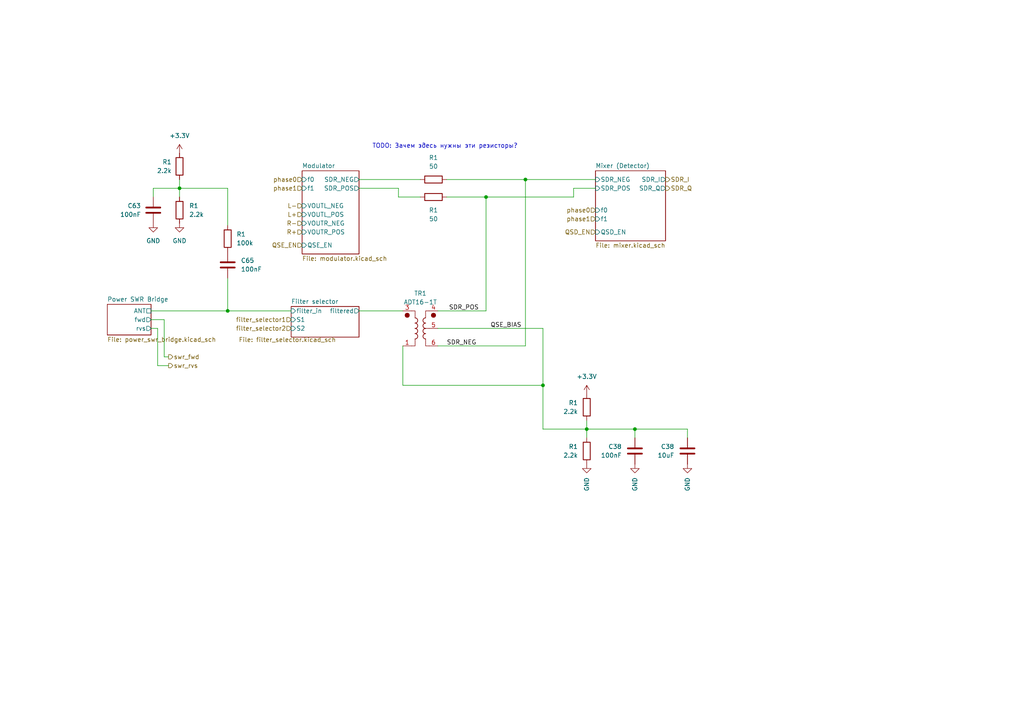
<source format=kicad_sch>
(kicad_sch (version 20230121) (generator eeschema)
  (paper "A4")
  (lib_symbols
    (symbol "Device:C" (pin_numbers hide) (pin_names (offset 0.254))
      (property "Reference" "C" (at 0.635 2.54 0))
      (property "Value" "C" (at 0.635 -2.54 0))
      (symbol "C_0_1"
        (polyline (pts (xy -2.032 -0.762) (xy 2.032 -0.762)) (stroke (width 0.508)))
        (polyline (pts (xy -2.032 0.762) (xy 2.032 0.762)) (stroke (width 0.508)))
      )
      (symbol "C_1_1"
        (pin passive line (at 0 3.81 270) (length 2.794) (name "~") (number "1"))
        (pin passive line (at 0 -3.81 90) (length 2.794) (name "~") (number "2"))
      )
    )
    (symbol "Device:R" (pin_numbers hide) (pin_names (offset 0))
      (property "Reference" "R" (at 2.032 0 90))
      (property "Value" "R" (at 0 0 90))
      (symbol "R_0_1"
        (rectangle (start -1.016 -2.54) (end 1.016 2.54) (stroke (width 0.254)))
      )
      (symbol "R_1_1"
        (pin passive line (at 0 3.81 270) (length 1.27) (name "~") (number "1"))
        (pin passive line (at 0 -3.81 90) (length 1.27) (name "~") (number "2"))
      )
    )
    (symbol "Transformer:ADT16-1T" (pin_names hide)
      (property "Reference" "TR" (at 0 6.35 0))
      (property "Value" "ADT16-1T" (at 0 -6.985 0))
      (symbol "ADT16-1T_0_1"
        (circle (center -3.81 3.81) (radius 0.635) (fill (type outline)))
        (arc (start -1.524 -3.048) (mid -0.7653 -2.286) (end -1.524 -1.524) (stroke (width 0.2032)))
        (arc (start -1.524 -1.524) (mid -0.7653 -0.762) (end -1.524 0) (stroke (width 0.2032)))
        (arc (start -1.524 0) (mid -0.7653 0.762) (end -1.524 1.524) (stroke (width 0.2032)))
        (arc (start -1.524 1.524) (mid -0.7653 2.286) (end -1.524 3.048) (stroke (width 0.2032)))
        (polyline (pts (xy 2.54 0) (xy 1.27 0)) (stroke (width 0.1524)))
        (polyline (pts (xy -2.54 5.08) (xy -1.524 5.08) (xy -1.524 3.048)) (stroke (width 0.1524)))
        (polyline (pts (xy -1.524 -3.048) (xy -1.524 -5.08) (xy -2.54 -5.08)) (stroke (width 0.1524)))
        (polyline (pts (xy 1.524 3.048) (xy 1.524 5.08) (xy 2.54 5.08)) (stroke (width 0.1524)))
        (polyline (pts (xy 2.54 -5.08) (xy 1.524 -5.08) (xy 1.524 -3.048)) (stroke (width 0.1524)))
        (arc (start 1.524 -1.524) (mid 0.7653 -2.286) (end 1.524 -3.048) (stroke (width 0.2032)))
        (arc (start 1.524 0) (mid 0.7653 -0.762) (end 1.524 -1.524) (stroke (width 0.2032)))
        (arc (start 1.524 1.524) (mid 0.7653 0.762) (end 1.524 0) (stroke (width 0.2032)))
        (arc (start 1.524 3.048) (mid 0.7653 2.286) (end 1.524 1.524) (stroke (width 0.2032)))
        (circle (center 3.81 3.81) (radius 0.635) (fill (type outline)))
      )
      (symbol "ADT16-1T_1_1"
        (pin passive line (at -5.08 -5.08 0) (length 2.54) (name "~") (number "1"))
        (pin no_connect line (at -2.54 0 0) (length 2.54) hide (name "~") (number "2"))
        (pin passive line (at -5.08 5.08 0) (length 2.54) (name "~") (number "3"))
        (pin passive line (at 5.08 5.08 180) (length 2.54) (name "~") (number "4"))
        (pin passive line (at 5.08 0 180) (length 2.54) (name "~") (number "5"))
        (pin passive line (at 5.08 -5.08 180) (length 2.54) (name "~") (number "6"))
      )
    )
    (symbol "power:+3.3V" (power) (pin_names (offset 0))
      (property "Value" "+3.3V" (at 0 3.556 0))
      (symbol "+3.3V_0_1"
        (polyline (pts (xy -0.762 1.27) (xy 0 2.54)))
        (polyline (pts (xy 0 0) (xy 0 2.54)))
        (polyline (pts (xy 0 2.54) (xy 0.762 1.27)))
      )
      (symbol "+3.3V_1_1"
        (pin power_in line (at 0 0 90) (length 0) hide (name "+3.3V") (number "1"))
      )
    )
    (symbol "power:GND" (power) (pin_names (offset 0))
      (property "Value" "GND" (at 0 -3.81 0))
      (symbol "GND_0_1"
        (polyline (pts (xy 0 0) (xy 0 -1.27) (xy 1.27 -1.27) (xy 0 -2.54) (xy -1.27 -1.27) (xy 0 -1.27)))
      )
      (symbol "GND_1_1"
        (pin power_in line (at 0 0 270) (length 0) hide (name "GND") (number "1"))
      )
    )
  )
  (junction (at 66.04 90.17))
  (junction (at 140.97 57.15))
  (junction (at 170.18 124.46))
  (junction (at 152.4 52.07))
  (junction (at 184.15 124.46))
  (junction (at 52.07 54.61))
  (junction (at 157.48 111.76))
  (wire (pts (xy 45.72 106.045) (xy 45.72 95.25)))
  (wire (pts (xy 140.97 90.17) (xy 140.97 57.15)))
  (wire (pts (xy 152.4 52.07) (xy 152.4 100.33)))
  (wire (pts (xy 43.815 92.71) (xy 47.625 92.71)))
  (wire (pts (xy 129.54 57.15) (xy 140.97 57.15)))
  (wire (pts (xy 127 90.17) (xy 140.97 90.17)))
  (wire (pts (xy 43.815 90.17) (xy 66.04 90.17)))
  (wire (pts (xy 116.84 111.76) (xy 157.48 111.76)))
  (wire (pts (xy 115.57 57.15) (xy 121.92 57.15)))
  (wire (pts (xy 116.84 100.33) (xy 116.84 111.76)))
  (wire (pts (xy 44.45 57.15) (xy 44.45 54.61)))
  (wire (pts (xy 172.72 54.61) (xy 166.37 54.61)))
  (wire (pts (xy 104.14 90.17) (xy 116.84 90.17)))
  (wire (pts (xy 48.895 106.045) (xy 45.72 106.045)))
  (wire (pts (xy 66.04 90.17) (xy 84.455 90.17)))
  (wire (pts (xy 66.04 54.61) (xy 66.04 65.405)))
  (wire (pts (xy 184.15 127) (xy 184.15 124.46)))
  (wire (pts (xy 170.18 121.92) (xy 170.18 124.46)))
  (wire (pts (xy 129.54 52.07) (xy 152.4 52.07)))
  (wire (pts (xy 184.15 124.46) (xy 170.18 124.46)))
  (wire (pts (xy 140.97 57.15) (xy 166.37 57.15)))
  (wire (pts (xy 52.07 57.15) (xy 52.07 54.61)))
  (wire (pts (xy 47.625 103.505) (xy 48.895 103.505)))
  (wire (pts (xy 52.07 52.07) (xy 52.07 54.61)))
  (wire (pts (xy 152.4 52.07) (xy 172.72 52.07)))
  (wire (pts (xy 104.14 52.07) (xy 121.92 52.07)))
  (wire (pts (xy 157.48 95.25) (xy 157.48 111.76)))
  (wire (pts (xy 166.37 54.61) (xy 166.37 57.15)))
  (wire (pts (xy 47.625 92.71) (xy 47.625 103.505)))
  (wire (pts (xy 52.07 54.61) (xy 66.04 54.61)))
  (wire (pts (xy 44.45 54.61) (xy 52.07 54.61)))
  (wire (pts (xy 115.57 54.61) (xy 115.57 57.15)))
  (wire (pts (xy 170.18 124.46) (xy 170.18 127)))
  (wire (pts (xy 199.39 124.46) (xy 199.39 127)))
  (wire (pts (xy 66.04 80.645) (xy 66.04 90.17)))
  (wire (pts (xy 127 95.25) (xy 157.48 95.25)))
  (wire (pts (xy 184.15 124.46) (xy 199.39 124.46)))
  (wire (pts (xy 104.14 54.61) (xy 115.57 54.61)))
  (wire (pts (xy 127 100.33) (xy 152.4 100.33)))
  (wire (pts (xy 157.48 124.46) (xy 170.18 124.46)))
  (wire (pts (xy 157.48 111.76) (xy 157.48 124.46)))
  (wire (pts (xy 45.72 95.25) (xy 43.815 95.25)))
  (text "TODO: Зачем здесь нужны эти резисторы?" (at 107.95 43.18 0) (effects (font (size 1.27 1.27)) (justify left bottom)))
  (label "SDR_NEG" (at 129.54 100.33 0))
  (label "SDR_POS" (at 130.175 90.17 0))
  (label "QSE_BIAS" (at 142.24 95.25 0))
  (hierarchical_label "phase0" (shape input) (at 87.63 52.07 180))
  (hierarchical_label "filter_selector2" (shape input) (at 84.455 95.25 180))
  (hierarchical_label "L-" (shape input) (at 87.63 59.69 180))
  (hierarchical_label "R+" (shape input) (at 87.63 67.31 180))
  (hierarchical_label "SDR_Q" (shape output) (at 193.04 54.61 0))
  (hierarchical_label "phase1" (shape input) (at 87.63 54.61 180))
  (hierarchical_label "QSE_EN" (shape input) (at 87.63 71.12 180))
  (hierarchical_label "SDR_I" (shape output) (at 193.04 52.07 0))
  (hierarchical_label "swr_rvs" (shape output) (at 48.895 106.045 0))
  (hierarchical_label "phase1" (shape input) (at 172.72 63.5 180))
  (hierarchical_label "phase0" (shape input) (at 172.72 60.96 180))
  (hierarchical_label "QSD_EN" (shape input) (at 172.72 67.31 180))
  (hierarchical_label "R-" (shape input) (at 87.63 64.77 180))
  (hierarchical_label "L+" (shape input) (at 87.63 62.23 180))
  (hierarchical_label "swr_fwd" (shape output) (at 48.895 103.505 0))
  (hierarchical_label "filter_selector1" (shape input) (at 84.455 92.71 180))
  (symbol (lib_id "Transformer:ADT16-1T") (at 121.92 95.25 0) (unit 1)
    (property "Reference" "TR1" (at 121.92 85.09 0))
    (property "Value" "ADT16-1T" (at 121.92 87.63 0))
    (property "Footprint" "RF_Mini-Circuits:Mini-Circuits_CD542_H2.84mm" (effects hide))
    (property "Datasheet" "https://www.minicircuits.com/pdfs/ADT16-1T+.pdf" (effects hide))
  )
  (symbol (lib_id "Device:R") (at 66.04 69.215 0) (unit 1)
    (property "Reference" "R1" (at 68.58 67.945 0) (effects (justify left)))
    (property "Value" "100k" (at 68.58 70.485 0) (effects (justify left)))
    (instances (project "main" (path "" (reference "R1") (unit 1)) (path "" (reference "R38") (unit 1)) (path "" (reference "R37") (unit 1))))
  )
  (symbol (lib_id "Device:R") (at 170.18 130.81 0) (mirror y) (unit 1)
    (property "Reference" "R1" (at 167.64 129.54 0) (effects (justify left)))
    (property "Value" "2.2k" (at 167.64 132.08 0) (effects (justify left)))
    (instances (project "main" (path "" (reference "R1") (unit 1)) (path "" (reference "R5") (unit 1)) (path "" (reference "R18") (unit 1))))
  )
  (symbol (lib_id "Device:R") (at 170.18 118.11 0) (unit 1)
    (property "Reference" "R1" (at 167.64 116.84 0) (effects (justify right)))
    (property "Value" "2.2k" (at 167.64 119.38 0) (effects (justify right)))
    (instances (project "main" (path "" (reference "R1") (unit 1)) (path "" (reference "R4") (unit 1)) (path "" (reference "R17") (unit 1))))
  )
  (symbol (lib_id "Device:C") (at 184.15 130.81 0) (mirror x) (unit 1)
    (property "Reference" "C38" (at 180.34 129.54 0) (effects (justify right)))
    (property "Value" "100nF" (at 180.34 132.08 0) (effects (justify right)))
    (instances (project "main" (path "" (reference "C38") (unit 1)) (path "" (reference "C54") (unit 1))))
  )
  (symbol (lib_id "power:GND") (at 184.15 134.62 0) (mirror y) (unit 1)
    (property "Reference" "#PWR022" (effects hide))
    (property "Value" "GND" (at 184.15 138.43 90) (effects (justify right)))
    (instances (project "main" (path "" (reference "#PWR022") (unit 1)) (path "" (reference "#PWR027") (unit 1)) (path "" (reference "#PWR059") (unit 1)) (path "" (reference "#PWR070") (unit 1))))
  )
  (symbol (lib_id "Device:C") (at 44.45 60.96 0) (mirror x) (unit 1)
    (property "Reference" "C63" (at 40.894 59.69 0) (effects (justify right)))
    (property "Value" "100nF" (at 40.894 62.23 0) (effects (justify right)))
    (instances (project "main" (path "" (reference "C63") (unit 1)) (path "" (reference "C65") (unit 1))))
  )
  (symbol (lib_id "power:GND") (at 52.07 64.77 0) (unit 1)
    (property "Reference" "#PWR022" (effects hide))
    (property "Value" "GND" (at 52.07 69.85 0))
    (instances (project "main" (path "" (reference "#PWR022") (unit 1)) (path "" (reference "#PWR027") (unit 1)) (path "" (reference "#PWR064") (unit 1)) (path "" (reference "#PWR064") (unit 1))))
  )
  (symbol (lib_id "Device:R") (at 125.73 52.07 90) (unit 1)
    (property "Reference" "R1" (at 125.73 45.72 90))
    (property "Value" "50" (at 125.73 48.26 90))
    (instances (project "main" (path "" (reference "R1") (unit 1)) (path "" (reference "R4") (unit 1)) (path "" (reference "R33") (unit 1)) (path "" (reference "R33") (unit 1))))
  )
  (symbol (lib_id "power:GND") (at 44.45 64.77 0) (unit 1)
    (property "Reference" "#PWR022" (effects hide))
    (property "Value" "GND" (at 44.45 69.85 0))
    (instances (project "main" (path "" (reference "#PWR022") (unit 1)) (path "" (reference "#PWR027") (unit 1)) (path "" (reference "#PWR060") (unit 1)) (path "" (reference "#PWR060") (unit 1))))
  )
  (symbol (lib_id "power:GND") (at 199.39 134.62 0) (mirror y) (unit 1)
    (property "Reference" "#PWR022" (effects hide))
    (property "Value" "GND" (at 199.39 138.43 90) (effects (justify right)))
    (instances (project "main" (path "" (reference "#PWR022") (unit 1)) (path "" (reference "#PWR027") (unit 1)) (path "" (reference "#PWR059") (unit 1)) (path "" (reference "#PWR073") (unit 1))))
  )
  (symbol (lib_id "power:GND") (at 170.18 134.62 0) (mirror y) (unit 1)
    (property "Reference" "#PWR022" (effects hide))
    (property "Value" "GND" (at 170.18 138.43 90) (effects (justify right)))
    (instances (project "main" (path "" (reference "#PWR022") (unit 1)) (path "" (reference "#PWR027") (unit 1)) (path "" (reference "#PWR062") (unit 1)) (path "" (reference "#PWR072") (unit 1))))
  )
  (symbol (lib_id "power:+3.3V") (at 170.18 114.3 0) (mirror y) (unit 1)
    (property "Reference" "#PWR061" (effects hide))
    (property "Value" "+3.3V" (at 170.18 109.22 0))
    (instances (project "main" (path "" (reference "#PWR061") (unit 1)) (path "" (reference "#PWR071") (unit 1))))
  )
  (symbol (lib_id "Device:C") (at 66.04 76.835 180) (unit 1)
    (property "Reference" "C65" (at 69.85 75.565 0) (effects (justify right)))
    (property "Value" "100nF" (at 69.85 78.105 0) (effects (justify right)))
    (instances (project "main" (path "" (reference "C65") (unit 1)) (path "" (reference "C63") (unit 1))))
  )
  (symbol (lib_id "Device:R") (at 52.07 60.96 0) (unit 1)
    (property "Reference" "R1" (at 54.864 59.69 0) (effects (justify left)))
    (property "Value" "2.2k" (at 54.864 62.23 0) (effects (justify left)))
    (instances (project "main" (path "" (reference "R1") (unit 1)) (path "" (reference "R40") (unit 1)) (path "" (reference "R36") (unit 1))))
  )
  (symbol (lib_id "Device:C") (at 199.39 130.81 0) (mirror x) (unit 1)
    (property "Reference" "C38" (at 195.58 129.54 0) (effects (justify right)))
    (property "Value" "10uF" (at 195.58 132.08 0) (effects (justify right)))
    (instances (project "main" (path "" (reference "C38") (unit 1)) (path "" (reference "C53") (unit 1))))
  )
  (symbol (lib_id "Device:R") (at 52.07 48.26 0) (unit 1)
    (property "Reference" "R1" (at 49.784 46.99 0) (effects (justify right)))
    (property "Value" "2.2k" (at 49.784 49.53 0) (effects (justify right)))
    (instances (project "main" (path "" (reference "R1") (unit 1)) (path "" (reference "R39") (unit 1)) (path "" (reference "R35") (unit 1))))
  )
  (symbol (lib_id "power:+3.3V") (at 52.07 44.45 0) (unit 1)
    (property "Reference" "#PWR063" (effects hide))
    (property "Value" "+3.3V" (at 52.07 39.37 0))
  )
  (symbol (lib_id "Device:R") (at 125.73 57.15 90) (unit 1)
    (property "Reference" "R1" (at 125.73 60.96 90))
    (property "Value" "50" (at 125.73 63.5 90))
    (instances (project "main" (path "" (reference "R1") (unit 1)) (path "" (reference "R4") (unit 1)) (path "" (reference "R34") (unit 1)) (path "" (reference "R34") (unit 1))))
  )
  (sheet (at 87.63 49.53) (size 16.51 24.13) (stroke (width 0.1524))
    (property "Sheetname" "Modulator" (at 87.63 48.8184 0) (effects (justify left bottom)))
    (property "Sheetfile" "modulator.kicad_sch" (at 87.63 74.2446 0) (effects (justify left top)))
    (pin "QSE_EN" input (at 87.63 71.12 180))
    (pin "f0" input (at 87.63 52.07 180))
    (pin "f1" input (at 87.63 54.61 180))
    (pin "SDR_NEG" output (at 104.14 52.07 0))
    (pin "SDR_POS" output (at 104.14 54.61 0))
    (pin "VOUTR_POS" input (at 87.63 67.31 180))
    (pin "VOUTL_POS" input (at 87.63 62.23 180))
    (pin "VOUTR_NEG" input (at 87.63 64.77 180))
    (pin "VOUTL_NEG" input (at 87.63 59.69 180))
  )
  (sheet (at 84.455 88.9) (size 19.685 8.89) (stroke (width 0.1524))
    (property "Sheetname" "Filter selector" (at 84.455 88.1884 0) (effects (justify left bottom)))
    (property "Sheetfile" "filter_selector.kicad_sch" (at 69.215 97.79 0) (effects (justify left top)))
    (pin "S2" input (at 84.455 95.25 180))
    (pin "S1" input (at 84.455 92.71 180))
    (pin "filtered" output (at 104.14 90.17 0))
    (pin "filter_in" input (at 84.455 90.17 180))
  )
  (sheet (at 31.115 88.265) (size 12.7 8.89) (stroke (width 0.1524))
    (property "Sheetname" "Power SWR Bridge" (at 31.115 87.5534 0) (effects (justify left bottom)))
    (property "Sheetfile" "power_swr_bridge.kicad_sch" (at 31.115 97.7396 0) (effects (justify left top)))
    (pin "rvs" output (at 43.815 95.25 0))
    (pin "fwd" output (at 43.815 92.71 0))
    (pin "ANT" passive (at 43.815 90.17 0))
  )
  (sheet (at 172.72 49.53) (size 20.32 20.32) (stroke (width 0.1524))
    (property "Sheetname" "Mixer (Detector)" (at 172.72 48.8184 0) (effects (justify left bottom)))
    (property "Sheetfile" "mixer.kicad_sch" (at 172.72 70.4346 0) (effects (justify left top)))
    (pin "SDR_POS" input (at 172.72 54.61 180))
    (pin "SDR_NEG" input (at 172.72 52.07 180))
    (pin "QSD_EN" input (at 172.72 67.31 180))
    (pin "f0" input (at 172.72 60.96 180))
    (pin "f1" input (at 172.72 63.5 180))
    (pin "SDR_I" output (at 193.04 52.07 0))
    (pin "SDR_Q" output (at 193.04 54.61 0))
  )
)
</source>
